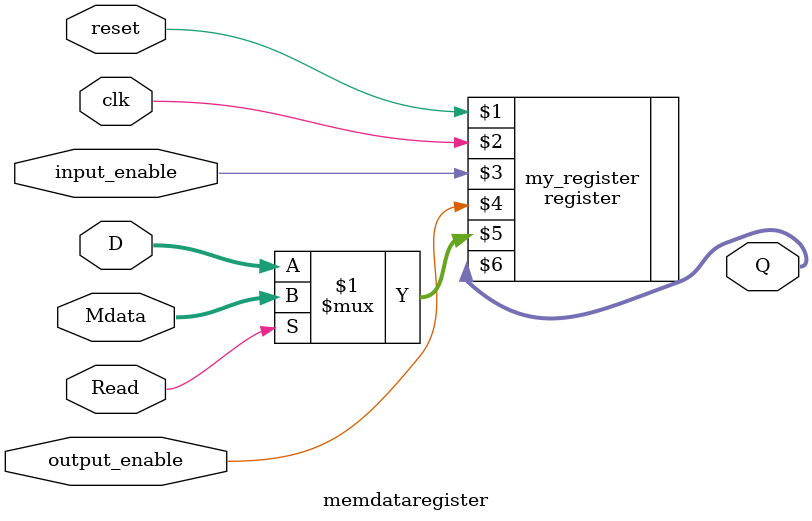
<source format=v>
`include "src/register.v"

module memdataregister(
	input reset,clk,input_enable,output_enable,
	input [31:0] D,
	output [31:0] Q,
	input [31:0] Mdata,
	input Read
);

register my_register(reset,clk,input_enable,output_enable,Read?Mdata:D,Q);

endmodule
</source>
